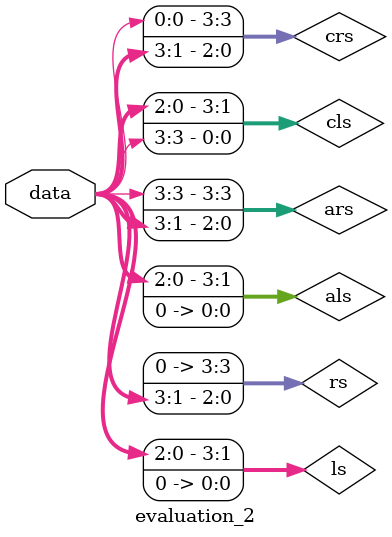
<source format=v>
`timescale 1ns / 1ps
module evaluation_2(data);
	input [3:0] data;
	wire [3:0] ls, rs, als, ars, cls, crs;
	assign ls =  data << 1;
	assign rs =  data >> 1;
	assign als = data <<< 1;
	assign ars = $signed(data) >>> 1;
	assign cls = {data[2:0],data[3]}; 
	assign crs = {data[0],data[3:1]};

endmodule

</source>
